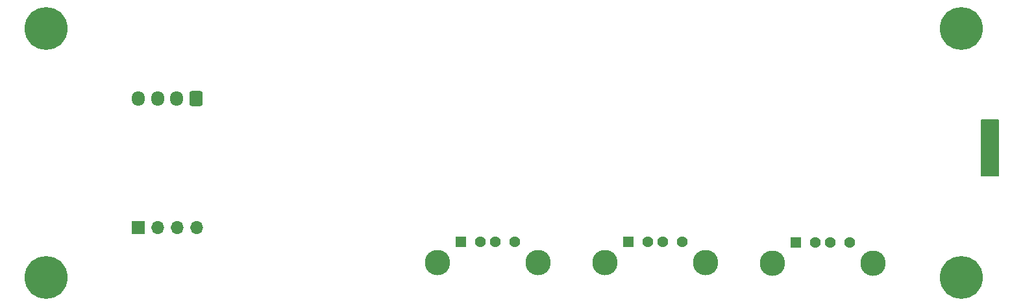
<source format=gbr>
%TF.GenerationSoftware,KiCad,Pcbnew,6.0.6*%
%TF.CreationDate,2022-07-05T21:26:14+02:00*%
%TF.ProjectId,usb host hub,75736220-686f-4737-9420-6875622e6b69,rev?*%
%TF.SameCoordinates,Original*%
%TF.FileFunction,Soldermask,Bot*%
%TF.FilePolarity,Negative*%
%FSLAX46Y46*%
G04 Gerber Fmt 4.6, Leading zero omitted, Abs format (unit mm)*
G04 Created by KiCad (PCBNEW 6.0.6) date 2022-07-05 21:26:14*
%MOMM*%
%LPD*%
G01*
G04 APERTURE LIST*
G04 Aperture macros list*
%AMRoundRect*
0 Rectangle with rounded corners*
0 $1 Rounding radius*
0 $2 $3 $4 $5 $6 $7 $8 $9 X,Y pos of 4 corners*
0 Add a 4 corners polygon primitive as box body*
4,1,4,$2,$3,$4,$5,$6,$7,$8,$9,$2,$3,0*
0 Add four circle primitives for the rounded corners*
1,1,$1+$1,$2,$3*
1,1,$1+$1,$4,$5*
1,1,$1+$1,$6,$7*
1,1,$1+$1,$8,$9*
0 Add four rect primitives between the rounded corners*
20,1,$1+$1,$2,$3,$4,$5,0*
20,1,$1+$1,$4,$5,$6,$7,0*
20,1,$1+$1,$6,$7,$8,$9,0*
20,1,$1+$1,$8,$9,$2,$3,0*%
G04 Aperture macros list end*
%ADD10C,0.150000*%
%ADD11RoundRect,0.250000X0.600000X0.725000X-0.600000X0.725000X-0.600000X-0.725000X0.600000X-0.725000X0*%
%ADD12O,1.700000X1.950000*%
%ADD13C,5.600000*%
%ADD14R,1.428000X1.428000*%
%ADD15C,1.428000*%
%ADD16C,3.316000*%
%ADD17R,1.700000X1.700000*%
%ADD18O,1.700000X1.700000*%
G04 APERTURE END LIST*
D10*
X176400000Y-72900000D02*
X178600000Y-72900000D01*
X178600000Y-72900000D02*
X178600000Y-80200000D01*
X178600000Y-80200000D02*
X176400000Y-80200000D01*
X176400000Y-80200000D02*
X176400000Y-72900000D01*
G36*
X176400000Y-72900000D02*
G01*
X178600000Y-72900000D01*
X178600000Y-80200000D01*
X176400000Y-80200000D01*
X176400000Y-72900000D01*
G37*
D11*
%TO.C,J5*%
X73914000Y-70104000D03*
D12*
X71414000Y-70104000D03*
X68914000Y-70104000D03*
X66414000Y-70104000D03*
%TD*%
D13*
%TO.C,H4*%
X173736000Y-60960000D03*
%TD*%
D14*
%TO.C,J1*%
X130358000Y-88855500D03*
D15*
X132858000Y-88855500D03*
X134858000Y-88855500D03*
X137358000Y-88855500D03*
D16*
X127288000Y-91565500D03*
X140428000Y-91565500D03*
%TD*%
D14*
%TO.C,J2*%
X108514000Y-88855500D03*
D15*
X111014000Y-88855500D03*
X113014000Y-88855500D03*
X115514000Y-88855500D03*
D16*
X105444000Y-91565500D03*
X118584000Y-91565500D03*
%TD*%
D13*
%TO.C,H2*%
X173736000Y-93472000D03*
%TD*%
D14*
%TO.C,J6*%
X152202000Y-88900000D03*
D15*
X154702000Y-88900000D03*
X156702000Y-88900000D03*
X159202000Y-88900000D03*
D16*
X149132000Y-91610000D03*
X162272000Y-91610000D03*
%TD*%
D13*
%TO.C,H3*%
X54356000Y-60960000D03*
%TD*%
D17*
%TO.C,J4*%
X66395600Y-87020400D03*
D18*
X68935600Y-87020400D03*
X71475600Y-87020400D03*
X74015600Y-87020400D03*
%TD*%
D13*
%TO.C,H1*%
X54356000Y-93472000D03*
%TD*%
M02*

</source>
